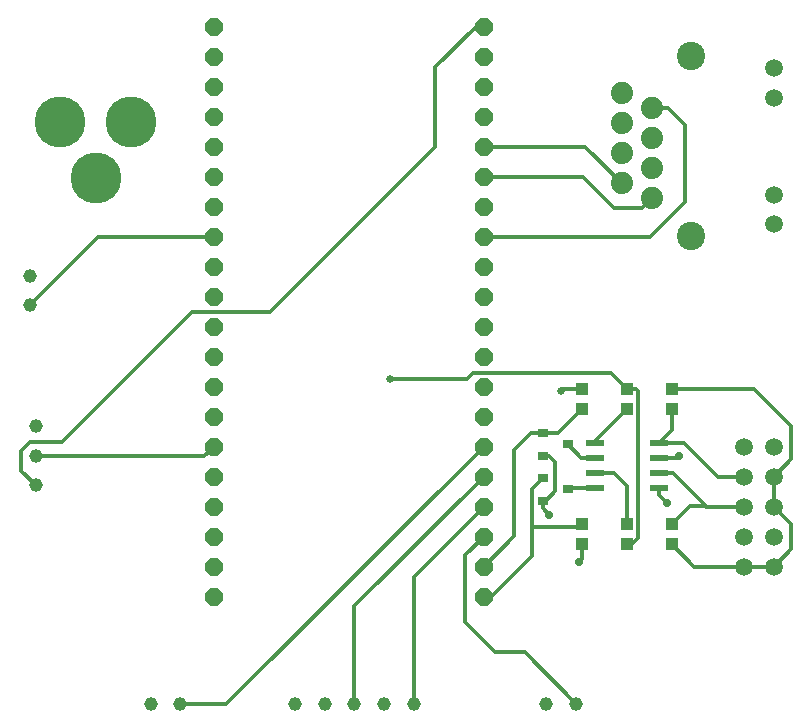
<source format=gbr>
G04 EAGLE Gerber X2 export*
%TF.Part,Single*%
%TF.FileFunction,Copper,L1,Top,Mixed*%
%TF.FilePolarity,Positive*%
%TF.GenerationSoftware,Autodesk,EAGLE,9.1.1*%
%TF.CreationDate,2018-08-07T16:54:33Z*%
G75*
%MOMM*%
%FSLAX34Y34*%
%LPD*%
%AMOC8*
5,1,8,0,0,1.08239X$1,22.5*%
G01*
%ADD10C,1.879600*%
%ADD11C,2.400000*%
%ADD12C,1.508000*%
%ADD13C,4.318000*%
%ADD14P,1.632244X8X22.500000*%
%ADD15R,1.520000X0.610000*%
%ADD16R,0.900000X0.800000*%
%ADD17R,1.100000X1.000000*%
%ADD18C,1.158000*%
%ADD19C,0.304800*%
%ADD20C,0.704800*%
%ADD21C,0.654800*%


D10*
X526350Y547010D03*
X551750Y534310D03*
X526350Y521610D03*
X526350Y496210D03*
X526350Y470810D03*
X551750Y508910D03*
X551750Y483510D03*
X551750Y458110D03*
D11*
X585200Y426360D03*
X585200Y578360D03*
D12*
X655200Y436360D03*
X655200Y568360D03*
X655200Y543360D03*
X655200Y461360D03*
D13*
X110800Y522460D03*
X50800Y522460D03*
X80800Y475460D03*
D14*
X180800Y603560D03*
X180800Y578160D03*
X180800Y552760D03*
X180800Y527360D03*
X180800Y501960D03*
X180800Y476560D03*
X180800Y451160D03*
X180800Y425760D03*
X180800Y400360D03*
X180800Y374960D03*
X180800Y349560D03*
X180800Y324160D03*
X180800Y298760D03*
X180800Y273360D03*
X180800Y247960D03*
X180800Y222560D03*
X180800Y197160D03*
X180800Y171760D03*
X180800Y146360D03*
X180800Y120960D03*
X409400Y120960D03*
X409400Y146360D03*
X409400Y171760D03*
X409400Y197160D03*
X409400Y222560D03*
X409400Y247960D03*
X409400Y273360D03*
X409400Y298760D03*
X409400Y324160D03*
X409400Y349560D03*
X409400Y374960D03*
X409400Y400360D03*
X409400Y425760D03*
X409400Y451160D03*
X409400Y476560D03*
X409400Y501960D03*
X409400Y527360D03*
X409400Y552760D03*
X409400Y578160D03*
X409400Y603560D03*
D15*
X503466Y251210D03*
X557934Y251210D03*
X503466Y238510D03*
X503466Y225810D03*
X557934Y238510D03*
X557934Y225810D03*
X503466Y213110D03*
X557934Y213110D03*
D12*
X655400Y146360D03*
X630000Y146360D03*
X655400Y171760D03*
X630000Y171760D03*
X655400Y197160D03*
X630000Y197160D03*
X655400Y222560D03*
X630000Y222560D03*
X655400Y247960D03*
X630000Y247960D03*
D16*
X459500Y259360D03*
X459500Y240360D03*
X480500Y249860D03*
X459500Y221260D03*
X459500Y202260D03*
X480500Y211760D03*
D17*
X568800Y182160D03*
X568800Y165160D03*
X568800Y279860D03*
X568800Y296860D03*
X492600Y296860D03*
X492600Y279860D03*
X492600Y165160D03*
X492600Y182160D03*
X530700Y182160D03*
X530700Y165160D03*
X530700Y279860D03*
X530700Y296860D03*
D18*
X25000Y367660D03*
X25000Y392660D03*
X350000Y30160D03*
X325000Y30160D03*
X300000Y30160D03*
X275000Y30160D03*
X250000Y30160D03*
X30000Y215160D03*
X30000Y240160D03*
X30000Y265160D03*
X487500Y30160D03*
X462500Y30160D03*
X152500Y30160D03*
X127500Y30160D03*
D19*
X409400Y501960D02*
X495200Y501960D01*
X526350Y470810D01*
X493600Y476560D02*
X409400Y476560D01*
X493600Y476560D02*
X520000Y450160D01*
X543800Y450160D01*
X551750Y458110D01*
X580000Y520160D02*
X565850Y534310D01*
X551750Y534310D01*
X580000Y455160D02*
X550000Y425160D01*
X410000Y425160D01*
X409400Y425760D01*
X580000Y455160D02*
X580000Y520160D01*
X492600Y165160D02*
X492600Y152760D01*
X490000Y150160D01*
D20*
X490000Y150160D03*
D19*
X464800Y240360D02*
X459500Y240360D01*
X464800Y240360D02*
X470000Y235160D01*
X470000Y210160D01*
X462100Y202260D02*
X459500Y202260D01*
X462100Y202260D02*
X470000Y210160D01*
X459500Y202260D02*
X459500Y195660D01*
X465000Y190160D01*
D20*
X465000Y190160D03*
D19*
X476700Y296860D02*
X492600Y296860D01*
X476700Y296860D02*
X475000Y295160D01*
D21*
X475000Y295160D03*
D19*
X30000Y215160D02*
X17780Y227380D01*
X368300Y568960D02*
X402900Y603560D01*
X409400Y603560D01*
X25400Y251460D02*
X17780Y243840D01*
X17780Y227380D01*
X25400Y251460D02*
X52070Y251460D01*
X162560Y361950D01*
X228600Y361950D01*
X368300Y501650D01*
X368300Y568960D01*
X450000Y180160D02*
X450000Y155160D01*
X450000Y180160D02*
X490600Y180160D01*
X492600Y182160D01*
X415800Y120960D02*
X409400Y120960D01*
X415800Y120960D02*
X450000Y155160D01*
X450000Y211760D02*
X459500Y221260D01*
X450000Y211760D02*
X450000Y180160D01*
X409400Y171760D02*
X393700Y156060D01*
X393700Y99060D01*
X444000Y73660D02*
X487500Y30160D01*
X444000Y73660D02*
X419100Y73660D01*
X393700Y99060D01*
X350000Y137760D02*
X409400Y197160D01*
X350000Y137760D02*
X350000Y137160D01*
X350000Y30160D01*
X300000Y113160D02*
X409400Y222560D01*
X300000Y113160D02*
X300000Y30160D01*
X530700Y296860D02*
X538300Y296860D01*
X540000Y295160D01*
X540000Y170160D01*
X535000Y165160D02*
X530700Y165160D01*
X535000Y165160D02*
X540000Y170160D01*
D21*
X330000Y305160D03*
D19*
X395000Y305160D01*
X400204Y310364D01*
X517196Y310364D02*
X530700Y296860D01*
X517196Y310364D02*
X400204Y310364D01*
X173000Y240160D02*
X30000Y240160D01*
X173000Y240160D02*
X180800Y247960D01*
X557934Y225810D02*
X569350Y225810D01*
X598000Y197160D02*
X630000Y197160D01*
X597500Y197660D02*
X569350Y225810D01*
X597500Y197660D02*
X598000Y197160D01*
X597500Y197660D02*
X584300Y197660D01*
X568800Y182160D01*
X557934Y251210D02*
X568800Y262076D01*
X568800Y279860D01*
X578950Y251210D02*
X557934Y251210D01*
X607600Y222560D02*
X630000Y222560D01*
X607600Y222560D02*
X578950Y251210D01*
X459500Y259360D02*
X449200Y259360D01*
X472100Y259360D02*
X492600Y279860D01*
X472100Y259360D02*
X459500Y259360D01*
X435000Y171960D02*
X409400Y146360D01*
X435000Y171960D02*
X435000Y245160D01*
X449200Y259360D01*
X568800Y165160D02*
X587600Y146360D01*
X630000Y146360D01*
X655400Y146360D01*
X670000Y160960D01*
X670000Y182560D02*
X655400Y197160D01*
X670000Y182560D02*
X670000Y160960D01*
X655400Y197160D02*
X655400Y222560D01*
X670000Y237160D01*
X670000Y265160D01*
X638300Y296860D01*
X568800Y296860D01*
X83100Y425760D02*
X25000Y367660D01*
X83100Y425760D02*
X180800Y425760D01*
X557934Y213110D02*
X557934Y207226D01*
X565000Y200160D01*
X557934Y238510D02*
X573350Y238510D01*
X575000Y240160D01*
D20*
X575000Y240160D03*
X565000Y200160D03*
D19*
X491850Y238510D02*
X480500Y249860D01*
X491850Y238510D02*
X503466Y238510D01*
X481850Y213110D02*
X480500Y211760D01*
X481850Y213110D02*
X503466Y213110D01*
X503466Y225810D02*
X519350Y225810D01*
X530700Y214460D02*
X530700Y182160D01*
X530700Y214460D02*
X519350Y225810D01*
X503466Y252626D02*
X530700Y279860D01*
X503466Y252626D02*
X503466Y251210D01*
X409400Y247960D02*
X191600Y30160D01*
X152500Y30160D01*
M02*

</source>
